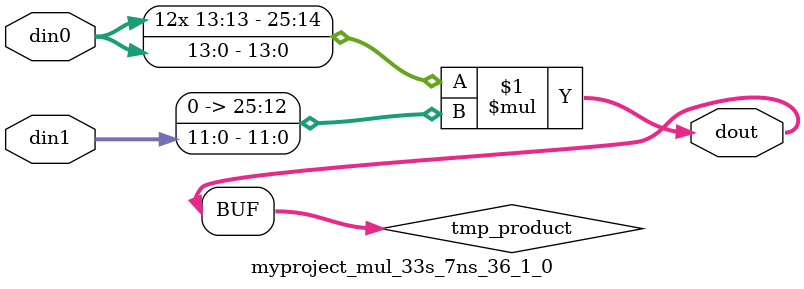
<source format=v>

`timescale 1 ns / 1 ps

  module myproject_mul_33s_7ns_36_1_0(din0, din1, dout);
parameter ID = 1;
parameter NUM_STAGE = 0;
parameter din0_WIDTH = 14;
parameter din1_WIDTH = 12;
parameter dout_WIDTH = 26;

input [din0_WIDTH - 1 : 0] din0; 
input [din1_WIDTH - 1 : 0] din1; 
output [dout_WIDTH - 1 : 0] dout;

wire signed [dout_WIDTH - 1 : 0] tmp_product;












assign tmp_product = $signed(din0) * $signed({1'b0, din1});









assign dout = tmp_product;







endmodule

</source>
